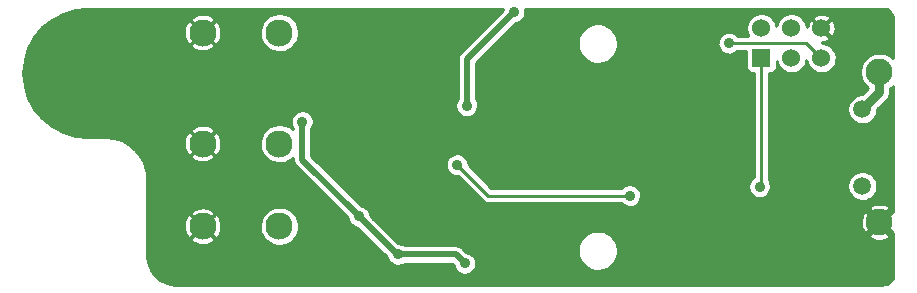
<source format=gbl>
G04 (created by PCBNEW (2013-07-07 BZR 4022)-stable) date 08/02/2014 11:33:34 PM*
%MOIN*%
G04 Gerber Fmt 3.4, Leading zero omitted, Abs format*
%FSLAX34Y34*%
G01*
G70*
G90*
G04 APERTURE LIST*
%ADD10C,0.00590551*%
%ADD11R,0.06X0.06*%
%ADD12C,0.06*%
%ADD13C,0.0590551*%
%ADD14C,0.0905512*%
%ADD15C,0.0893701*%
%ADD16C,0.035*%
%ADD17C,0.01*%
%ADD18C,0.03*%
%ADD19C,0.02*%
G04 APERTURE END LIST*
G54D10*
G54D11*
X53960Y-23137D03*
G54D12*
X53960Y-22137D03*
X54960Y-23137D03*
X54960Y-22137D03*
X55960Y-23137D03*
X55960Y-22137D03*
G54D13*
X57322Y-24842D03*
X57322Y-27401D03*
G54D14*
X37893Y-22283D03*
X35334Y-22283D03*
X37893Y-25984D03*
X35334Y-25984D03*
X37893Y-28740D03*
X35334Y-28740D03*
G54D15*
X57893Y-28602D03*
X57893Y-23602D03*
G54D16*
X40078Y-29744D03*
X30452Y-23622D03*
X41181Y-23976D03*
X49685Y-26889D03*
X49715Y-25272D03*
X41120Y-28435D03*
X44636Y-23425D03*
X38897Y-28161D03*
X49566Y-27716D03*
X43818Y-26692D03*
X52874Y-22637D03*
X53897Y-27421D03*
X45708Y-21594D03*
X44133Y-24724D03*
X44074Y-29980D03*
X40545Y-28414D03*
X38655Y-25249D03*
X41842Y-29680D03*
G54D17*
X47442Y-27716D02*
X44842Y-27716D01*
X47442Y-27716D02*
X49566Y-27716D01*
X44842Y-27716D02*
X43818Y-26692D01*
X55960Y-23137D02*
X55952Y-23137D01*
X55452Y-22637D02*
X52874Y-22637D01*
X55952Y-23137D02*
X55452Y-22637D01*
X53960Y-23137D02*
X53960Y-27358D01*
X53960Y-27358D02*
X53897Y-27421D01*
G54D18*
X57893Y-24271D02*
X57322Y-24842D01*
X57893Y-23602D02*
X57893Y-24271D01*
G54D19*
X44133Y-23169D02*
X44133Y-24724D01*
X45708Y-21594D02*
X44133Y-23169D01*
X43345Y-29680D02*
X43774Y-29680D01*
X41842Y-29680D02*
X43345Y-29680D01*
X43774Y-29680D02*
X44074Y-29980D01*
X38655Y-26524D02*
X38655Y-25249D01*
X40545Y-28414D02*
X38655Y-26524D01*
X41811Y-29680D02*
X40545Y-28414D01*
X41842Y-29680D02*
X41811Y-29680D01*
G54D10*
G36*
X58359Y-30304D02*
X58351Y-30386D01*
X58330Y-30454D01*
X58297Y-30517D01*
X58252Y-30573D01*
X58250Y-30574D01*
X58250Y-29057D01*
X57893Y-28700D01*
X57795Y-28799D01*
X57795Y-28602D01*
X57438Y-28245D01*
X57353Y-28295D01*
X57304Y-28406D01*
X57277Y-28524D01*
X57274Y-28646D01*
X57294Y-28765D01*
X57337Y-28878D01*
X57353Y-28908D01*
X57438Y-28959D01*
X57795Y-28602D01*
X57795Y-28799D01*
X57537Y-29057D01*
X57587Y-29142D01*
X57698Y-29191D01*
X57816Y-29218D01*
X57937Y-29221D01*
X58056Y-29201D01*
X58170Y-29158D01*
X58200Y-29142D01*
X58250Y-29057D01*
X58250Y-30574D01*
X58196Y-30618D01*
X58134Y-30652D01*
X58065Y-30673D01*
X57984Y-30682D01*
X56464Y-30682D01*
X56464Y-23088D01*
X56445Y-22991D01*
X56434Y-22965D01*
X56434Y-22146D01*
X56426Y-22054D01*
X56401Y-21965D01*
X56360Y-21883D01*
X56349Y-21868D01*
X56272Y-21840D01*
X56257Y-21855D01*
X56257Y-21825D01*
X56230Y-21748D01*
X56149Y-21703D01*
X56061Y-21675D01*
X55969Y-21664D01*
X55877Y-21671D01*
X55788Y-21696D01*
X55706Y-21738D01*
X55690Y-21748D01*
X55663Y-21825D01*
X55960Y-22122D01*
X56257Y-21825D01*
X56257Y-21855D01*
X55975Y-22137D01*
X56272Y-22434D01*
X56349Y-22407D01*
X56394Y-22326D01*
X56423Y-22238D01*
X56434Y-22146D01*
X56434Y-22965D01*
X56407Y-22900D01*
X56352Y-22818D01*
X56283Y-22747D01*
X56201Y-22692D01*
X56110Y-22654D01*
X56013Y-22634D01*
X55975Y-22634D01*
X55975Y-22609D01*
X56043Y-22604D01*
X56132Y-22579D01*
X56214Y-22537D01*
X56230Y-22527D01*
X56257Y-22449D01*
X55960Y-22152D01*
X55955Y-22158D01*
X55940Y-22143D01*
X55945Y-22137D01*
X55648Y-21840D01*
X55571Y-21868D01*
X55526Y-21948D01*
X55497Y-22036D01*
X55488Y-22115D01*
X55463Y-22115D01*
X55464Y-22088D01*
X55445Y-21991D01*
X55407Y-21900D01*
X55352Y-21818D01*
X55283Y-21747D01*
X55201Y-21692D01*
X55110Y-21654D01*
X55013Y-21634D01*
X54914Y-21633D01*
X54817Y-21652D01*
X54726Y-21689D01*
X54643Y-21743D01*
X54573Y-21812D01*
X54517Y-21894D01*
X54478Y-21984D01*
X54460Y-22069D01*
X54445Y-21991D01*
X54407Y-21900D01*
X54352Y-21818D01*
X54283Y-21747D01*
X54201Y-21692D01*
X54110Y-21654D01*
X54013Y-21634D01*
X53914Y-21633D01*
X53817Y-21652D01*
X53726Y-21689D01*
X53643Y-21743D01*
X53573Y-21812D01*
X53517Y-21894D01*
X53478Y-21984D01*
X53457Y-22081D01*
X53456Y-22180D01*
X53474Y-22277D01*
X53510Y-22369D01*
X53520Y-22384D01*
X53155Y-22384D01*
X53116Y-22344D01*
X53054Y-22303D01*
X52986Y-22274D01*
X52913Y-22259D01*
X52839Y-22258D01*
X52766Y-22272D01*
X52697Y-22300D01*
X52635Y-22341D01*
X52582Y-22393D01*
X52540Y-22454D01*
X52511Y-22522D01*
X52496Y-22595D01*
X52494Y-22669D01*
X52508Y-22742D01*
X52535Y-22811D01*
X52575Y-22874D01*
X52627Y-22927D01*
X52688Y-22969D01*
X52756Y-22999D01*
X52828Y-23015D01*
X52903Y-23017D01*
X52976Y-23004D01*
X53045Y-22977D01*
X53108Y-22937D01*
X53156Y-22891D01*
X53456Y-22891D01*
X53457Y-23457D01*
X53464Y-23496D01*
X53480Y-23533D01*
X53502Y-23567D01*
X53530Y-23595D01*
X53563Y-23617D01*
X53600Y-23633D01*
X53639Y-23641D01*
X53679Y-23641D01*
X53707Y-23641D01*
X53707Y-27093D01*
X53659Y-27124D01*
X53606Y-27176D01*
X53564Y-27238D01*
X53535Y-27306D01*
X53519Y-27378D01*
X53518Y-27453D01*
X53531Y-27526D01*
X53559Y-27595D01*
X53599Y-27657D01*
X53651Y-27710D01*
X53712Y-27753D01*
X53780Y-27783D01*
X53852Y-27798D01*
X53926Y-27800D01*
X53999Y-27787D01*
X54069Y-27760D01*
X54131Y-27720D01*
X54185Y-27669D01*
X54228Y-27609D01*
X54258Y-27541D01*
X54275Y-27468D01*
X54276Y-27384D01*
X54261Y-27311D01*
X54233Y-27242D01*
X54214Y-27213D01*
X54214Y-23641D01*
X54280Y-23641D01*
X54319Y-23633D01*
X54356Y-23618D01*
X54389Y-23596D01*
X54418Y-23568D01*
X54440Y-23535D01*
X54456Y-23498D01*
X54464Y-23459D01*
X54464Y-23419D01*
X54464Y-23222D01*
X54474Y-23277D01*
X54510Y-23369D01*
X54564Y-23452D01*
X54632Y-23523D01*
X54713Y-23579D01*
X54804Y-23619D01*
X54900Y-23640D01*
X54999Y-23642D01*
X55096Y-23625D01*
X55188Y-23589D01*
X55272Y-23536D01*
X55343Y-23468D01*
X55400Y-23387D01*
X55440Y-23297D01*
X55461Y-23206D01*
X55474Y-23277D01*
X55510Y-23369D01*
X55564Y-23452D01*
X55632Y-23523D01*
X55713Y-23579D01*
X55804Y-23619D01*
X55900Y-23640D01*
X55975Y-23641D01*
X55999Y-23642D01*
X56096Y-23625D01*
X56188Y-23589D01*
X56272Y-23536D01*
X56343Y-23468D01*
X56400Y-23387D01*
X56440Y-23297D01*
X56462Y-23201D01*
X56464Y-23088D01*
X56464Y-30682D01*
X55975Y-30682D01*
X49945Y-30682D01*
X49945Y-27679D01*
X49931Y-27606D01*
X49902Y-27537D01*
X49861Y-27476D01*
X49809Y-27423D01*
X49747Y-27381D01*
X49679Y-27353D01*
X49606Y-27338D01*
X49532Y-27337D01*
X49459Y-27351D01*
X49390Y-27379D01*
X49328Y-27420D01*
X49284Y-27462D01*
X49174Y-27462D01*
X49174Y-22585D01*
X49148Y-22456D01*
X49098Y-22335D01*
X49025Y-22226D01*
X48933Y-22132D01*
X48824Y-22059D01*
X48703Y-22008D01*
X48574Y-21981D01*
X48442Y-21981D01*
X48313Y-22005D01*
X48191Y-22054D01*
X48082Y-22126D01*
X47988Y-22218D01*
X47913Y-22327D01*
X47862Y-22447D01*
X47834Y-22576D01*
X47832Y-22707D01*
X47856Y-22837D01*
X47905Y-22959D01*
X47976Y-23069D01*
X48067Y-23164D01*
X48175Y-23239D01*
X48295Y-23291D01*
X48424Y-23320D01*
X48555Y-23322D01*
X48685Y-23300D01*
X48807Y-23252D01*
X48918Y-23182D01*
X49013Y-23091D01*
X49089Y-22984D01*
X49142Y-22864D01*
X49171Y-22735D01*
X49174Y-22585D01*
X49174Y-27462D01*
X47442Y-27462D01*
X44947Y-27462D01*
X44196Y-26712D01*
X44197Y-26655D01*
X44183Y-26582D01*
X44154Y-26514D01*
X44113Y-26452D01*
X44061Y-26399D01*
X43999Y-26358D01*
X43931Y-26329D01*
X43858Y-26314D01*
X43784Y-26314D01*
X43711Y-26328D01*
X43642Y-26355D01*
X43580Y-26396D01*
X43527Y-26448D01*
X43485Y-26509D01*
X43456Y-26577D01*
X43440Y-26650D01*
X43439Y-26724D01*
X43453Y-26797D01*
X43480Y-26866D01*
X43520Y-26929D01*
X43572Y-26982D01*
X43633Y-27024D01*
X43701Y-27054D01*
X43773Y-27070D01*
X43839Y-27071D01*
X44663Y-27895D01*
X44681Y-27910D01*
X44699Y-27925D01*
X44700Y-27926D01*
X44701Y-27927D01*
X44722Y-27938D01*
X44742Y-27949D01*
X44743Y-27949D01*
X44745Y-27950D01*
X44767Y-27957D01*
X44789Y-27964D01*
X44791Y-27964D01*
X44792Y-27965D01*
X44815Y-27967D01*
X44838Y-27970D01*
X44841Y-27970D01*
X44841Y-27970D01*
X44841Y-27970D01*
X44842Y-27970D01*
X47442Y-27970D01*
X49285Y-27970D01*
X49320Y-28006D01*
X49381Y-28048D01*
X49449Y-28078D01*
X49521Y-28094D01*
X49596Y-28095D01*
X49669Y-28082D01*
X49738Y-28056D01*
X49801Y-28016D01*
X49854Y-27965D01*
X49897Y-27904D01*
X49927Y-27836D01*
X49944Y-27764D01*
X49945Y-27679D01*
X49945Y-30682D01*
X49174Y-30682D01*
X49174Y-29487D01*
X49148Y-29358D01*
X49098Y-29237D01*
X49025Y-29127D01*
X48933Y-29034D01*
X48824Y-28960D01*
X48703Y-28909D01*
X48574Y-28883D01*
X48442Y-28882D01*
X48313Y-28907D01*
X48191Y-28956D01*
X48082Y-29028D01*
X47988Y-29120D01*
X47913Y-29228D01*
X47862Y-29349D01*
X47834Y-29478D01*
X47832Y-29609D01*
X47856Y-29738D01*
X47905Y-29860D01*
X47976Y-29971D01*
X48067Y-30065D01*
X48175Y-30140D01*
X48295Y-30193D01*
X48424Y-30221D01*
X48555Y-30224D01*
X48685Y-30201D01*
X48807Y-30154D01*
X48918Y-30083D01*
X49013Y-29993D01*
X49089Y-29885D01*
X49142Y-29765D01*
X49171Y-29637D01*
X49174Y-29487D01*
X49174Y-30682D01*
X44453Y-30682D01*
X44453Y-29943D01*
X44438Y-29870D01*
X44410Y-29801D01*
X44369Y-29739D01*
X44317Y-29687D01*
X44255Y-29645D01*
X44187Y-29616D01*
X44128Y-29604D01*
X43989Y-29465D01*
X43967Y-29447D01*
X43946Y-29429D01*
X43944Y-29429D01*
X43943Y-29428D01*
X43919Y-29414D01*
X43894Y-29401D01*
X43892Y-29400D01*
X43891Y-29400D01*
X43864Y-29391D01*
X43837Y-29383D01*
X43836Y-29383D01*
X43834Y-29382D01*
X43806Y-29380D01*
X43779Y-29376D01*
X43775Y-29376D01*
X43775Y-29376D01*
X43775Y-29376D01*
X43774Y-29376D01*
X43345Y-29376D01*
X42069Y-29376D01*
X42023Y-29345D01*
X41955Y-29317D01*
X41882Y-29302D01*
X41862Y-29301D01*
X40920Y-28360D01*
X40909Y-28304D01*
X40881Y-28235D01*
X40840Y-28173D01*
X40788Y-28121D01*
X40726Y-28079D01*
X40658Y-28050D01*
X40599Y-28038D01*
X38959Y-26398D01*
X38959Y-25475D01*
X38986Y-25437D01*
X39016Y-25369D01*
X39032Y-25297D01*
X39034Y-25212D01*
X39019Y-25139D01*
X38991Y-25070D01*
X38950Y-25009D01*
X38898Y-24956D01*
X38836Y-24914D01*
X38768Y-24886D01*
X38695Y-24871D01*
X38621Y-24870D01*
X38550Y-24884D01*
X38550Y-22219D01*
X38525Y-22092D01*
X38475Y-21973D01*
X38404Y-21866D01*
X38314Y-21775D01*
X38207Y-21703D01*
X38088Y-21653D01*
X37962Y-21627D01*
X37833Y-21626D01*
X37707Y-21650D01*
X37588Y-21699D01*
X37480Y-21769D01*
X37388Y-21859D01*
X37315Y-21965D01*
X37265Y-22084D01*
X37238Y-22209D01*
X37236Y-22338D01*
X37259Y-22465D01*
X37307Y-22584D01*
X37376Y-22693D01*
X37466Y-22785D01*
X37571Y-22859D01*
X37689Y-22910D01*
X37815Y-22938D01*
X37944Y-22940D01*
X38071Y-22918D01*
X38191Y-22872D01*
X38299Y-22803D01*
X38392Y-22714D01*
X38467Y-22609D01*
X38519Y-22491D01*
X38547Y-22366D01*
X38550Y-22219D01*
X38550Y-24884D01*
X38548Y-24884D01*
X38479Y-24912D01*
X38417Y-24953D01*
X38364Y-25004D01*
X38322Y-25066D01*
X38293Y-25134D01*
X38277Y-25207D01*
X38276Y-25281D01*
X38289Y-25354D01*
X38317Y-25423D01*
X38352Y-25477D01*
X38352Y-25514D01*
X38314Y-25476D01*
X38207Y-25404D01*
X38088Y-25354D01*
X37962Y-25328D01*
X37833Y-25327D01*
X37707Y-25351D01*
X37588Y-25399D01*
X37480Y-25470D01*
X37388Y-25560D01*
X37315Y-25666D01*
X37265Y-25784D01*
X37238Y-25910D01*
X37236Y-26039D01*
X37259Y-26166D01*
X37307Y-26285D01*
X37376Y-26393D01*
X37466Y-26486D01*
X37571Y-26559D01*
X37689Y-26611D01*
X37815Y-26639D01*
X37944Y-26641D01*
X38071Y-26619D01*
X38191Y-26572D01*
X38299Y-26503D01*
X38352Y-26454D01*
X38352Y-26524D01*
X38354Y-26551D01*
X38357Y-26579D01*
X38357Y-26581D01*
X38357Y-26583D01*
X38365Y-26609D01*
X38373Y-26636D01*
X38374Y-26638D01*
X38374Y-26639D01*
X38388Y-26664D01*
X38401Y-26689D01*
X38402Y-26690D01*
X38402Y-26692D01*
X38420Y-26713D01*
X38437Y-26735D01*
X38440Y-26737D01*
X38440Y-26737D01*
X38440Y-26738D01*
X38440Y-26738D01*
X40170Y-28468D01*
X40179Y-28518D01*
X40207Y-28588D01*
X40247Y-28650D01*
X40299Y-28703D01*
X40360Y-28746D01*
X40428Y-28775D01*
X40492Y-28789D01*
X41475Y-29772D01*
X41477Y-29785D01*
X41504Y-29854D01*
X41544Y-29916D01*
X41596Y-29970D01*
X41657Y-30012D01*
X41725Y-30042D01*
X41797Y-30058D01*
X41872Y-30059D01*
X41945Y-30046D01*
X42014Y-30019D01*
X42071Y-29983D01*
X43345Y-29983D01*
X43649Y-29983D01*
X43699Y-30034D01*
X43709Y-30085D01*
X43736Y-30154D01*
X43776Y-30216D01*
X43828Y-30269D01*
X43889Y-30312D01*
X43957Y-30342D01*
X44029Y-30358D01*
X44103Y-30359D01*
X44177Y-30346D01*
X44246Y-30319D01*
X44308Y-30280D01*
X44362Y-30228D01*
X44405Y-30168D01*
X44435Y-30100D01*
X44452Y-30027D01*
X44453Y-29943D01*
X44453Y-30682D01*
X38550Y-30682D01*
X38550Y-28675D01*
X38525Y-28549D01*
X38475Y-28430D01*
X38404Y-28323D01*
X38314Y-28232D01*
X38207Y-28160D01*
X38088Y-28110D01*
X37962Y-28084D01*
X37833Y-28083D01*
X37707Y-28107D01*
X37588Y-28155D01*
X37480Y-28226D01*
X37388Y-28316D01*
X37315Y-28422D01*
X37265Y-28540D01*
X37238Y-28666D01*
X37236Y-28795D01*
X37259Y-28921D01*
X37307Y-29041D01*
X37376Y-29149D01*
X37466Y-29242D01*
X37571Y-29315D01*
X37689Y-29367D01*
X37815Y-29394D01*
X37944Y-29397D01*
X38071Y-29375D01*
X38191Y-29328D01*
X38299Y-29259D01*
X38392Y-29171D01*
X38467Y-29065D01*
X38519Y-28948D01*
X38547Y-28822D01*
X38550Y-28675D01*
X38550Y-30682D01*
X35961Y-30682D01*
X35961Y-28755D01*
X35961Y-25999D01*
X35961Y-22299D01*
X35952Y-22177D01*
X35920Y-22059D01*
X35865Y-21949D01*
X35848Y-21923D01*
X35755Y-21877D01*
X35740Y-21892D01*
X35740Y-21862D01*
X35694Y-21770D01*
X35587Y-21709D01*
X35471Y-21671D01*
X35350Y-21656D01*
X35228Y-21665D01*
X35110Y-21697D01*
X35000Y-21752D01*
X34974Y-21770D01*
X34929Y-21862D01*
X35334Y-22268D01*
X35740Y-21862D01*
X35740Y-21892D01*
X35349Y-22283D01*
X35755Y-22688D01*
X35848Y-22643D01*
X35908Y-22536D01*
X35946Y-22420D01*
X35961Y-22299D01*
X35961Y-25999D01*
X35952Y-25877D01*
X35920Y-25759D01*
X35865Y-25650D01*
X35848Y-25624D01*
X35755Y-25578D01*
X35740Y-25593D01*
X35740Y-25563D01*
X35740Y-22704D01*
X35334Y-22298D01*
X35319Y-22313D01*
X35319Y-22283D01*
X34914Y-21877D01*
X34821Y-21923D01*
X34761Y-22030D01*
X34722Y-22146D01*
X34707Y-22267D01*
X34716Y-22389D01*
X34749Y-22507D01*
X34803Y-22617D01*
X34821Y-22643D01*
X34914Y-22688D01*
X35319Y-22283D01*
X35319Y-22313D01*
X34929Y-22704D01*
X34974Y-22796D01*
X35081Y-22857D01*
X35197Y-22895D01*
X35319Y-22910D01*
X35441Y-22901D01*
X35559Y-22868D01*
X35668Y-22814D01*
X35694Y-22796D01*
X35740Y-22704D01*
X35740Y-25563D01*
X35694Y-25470D01*
X35587Y-25410D01*
X35471Y-25372D01*
X35350Y-25357D01*
X35228Y-25366D01*
X35110Y-25398D01*
X35000Y-25453D01*
X34974Y-25470D01*
X34929Y-25563D01*
X35334Y-25969D01*
X35740Y-25563D01*
X35740Y-25593D01*
X35349Y-25984D01*
X35755Y-26389D01*
X35848Y-26344D01*
X35908Y-26237D01*
X35946Y-26121D01*
X35961Y-25999D01*
X35961Y-28755D01*
X35952Y-28633D01*
X35920Y-28515D01*
X35865Y-28406D01*
X35848Y-28380D01*
X35755Y-28334D01*
X35740Y-28349D01*
X35740Y-28319D01*
X35740Y-26404D01*
X35334Y-25999D01*
X35319Y-26014D01*
X35319Y-25984D01*
X34914Y-25578D01*
X34821Y-25624D01*
X34761Y-25730D01*
X34722Y-25847D01*
X34707Y-25968D01*
X34716Y-26090D01*
X34749Y-26208D01*
X34803Y-26318D01*
X34821Y-26344D01*
X34914Y-26389D01*
X35319Y-25984D01*
X35319Y-26014D01*
X34929Y-26404D01*
X34974Y-26497D01*
X35081Y-26557D01*
X35197Y-26596D01*
X35319Y-26611D01*
X35441Y-26602D01*
X35559Y-26569D01*
X35668Y-26515D01*
X35694Y-26497D01*
X35740Y-26404D01*
X35740Y-28319D01*
X35694Y-28226D01*
X35587Y-28166D01*
X35471Y-28128D01*
X35350Y-28113D01*
X35228Y-28122D01*
X35110Y-28154D01*
X35000Y-28209D01*
X34974Y-28226D01*
X34929Y-28319D01*
X35334Y-28725D01*
X35740Y-28319D01*
X35740Y-28349D01*
X35349Y-28740D01*
X35755Y-29145D01*
X35848Y-29100D01*
X35908Y-28993D01*
X35946Y-28877D01*
X35961Y-28755D01*
X35961Y-30682D01*
X35740Y-30682D01*
X35740Y-29160D01*
X35334Y-28755D01*
X35319Y-28770D01*
X35319Y-28740D01*
X34914Y-28334D01*
X34821Y-28380D01*
X34761Y-28486D01*
X34722Y-28603D01*
X34707Y-28724D01*
X34716Y-28846D01*
X34749Y-28964D01*
X34803Y-29074D01*
X34821Y-29100D01*
X34914Y-29145D01*
X35319Y-28740D01*
X35319Y-28770D01*
X34929Y-29160D01*
X34974Y-29253D01*
X35081Y-29313D01*
X35197Y-29352D01*
X35319Y-29366D01*
X35441Y-29358D01*
X35559Y-29325D01*
X35668Y-29270D01*
X35694Y-29253D01*
X35740Y-29160D01*
X35740Y-30682D01*
X34459Y-30682D01*
X34262Y-30662D01*
X34084Y-30609D01*
X33919Y-30521D01*
X33774Y-30403D01*
X33655Y-30259D01*
X33566Y-30095D01*
X33511Y-29916D01*
X33490Y-29720D01*
X33490Y-27165D01*
X33490Y-27165D01*
X33490Y-27164D01*
X33490Y-27156D01*
X33489Y-27146D01*
X33489Y-27136D01*
X33489Y-27133D01*
X33465Y-26904D01*
X33461Y-26884D01*
X33457Y-26864D01*
X33456Y-26861D01*
X33456Y-26861D01*
X33456Y-26861D01*
X33388Y-26641D01*
X33380Y-26623D01*
X33373Y-26604D01*
X33371Y-26601D01*
X33262Y-26398D01*
X33250Y-26381D01*
X33239Y-26365D01*
X33237Y-26362D01*
X33237Y-26362D01*
X33237Y-26362D01*
X33090Y-26184D01*
X33076Y-26170D01*
X33062Y-26156D01*
X33059Y-26154D01*
X33059Y-26154D01*
X33059Y-26154D01*
X32881Y-26008D01*
X32864Y-25997D01*
X32847Y-25985D01*
X32845Y-25984D01*
X32845Y-25984D01*
X32845Y-25984D01*
X32641Y-25876D01*
X32622Y-25868D01*
X32604Y-25860D01*
X32601Y-25859D01*
X32601Y-25859D01*
X32601Y-25859D01*
X32380Y-25793D01*
X32360Y-25789D01*
X32340Y-25784D01*
X32337Y-25784D01*
X32337Y-25784D01*
X32337Y-25784D01*
X32108Y-25762D01*
X32099Y-25762D01*
X32089Y-25761D01*
X32086Y-25761D01*
X31506Y-25761D01*
X31080Y-25719D01*
X30681Y-25598D01*
X30312Y-25402D01*
X29989Y-25139D01*
X29723Y-24817D01*
X29525Y-24450D01*
X29401Y-24051D01*
X29357Y-23629D01*
X29398Y-23206D01*
X29519Y-22807D01*
X29715Y-22438D01*
X29979Y-22115D01*
X30300Y-21849D01*
X30667Y-21651D01*
X31066Y-21527D01*
X31491Y-21483D01*
X31496Y-21483D01*
X45345Y-21483D01*
X45333Y-21540D01*
X43919Y-22954D01*
X43901Y-22976D01*
X43883Y-22997D01*
X43882Y-22999D01*
X43881Y-23000D01*
X43868Y-23025D01*
X43854Y-23049D01*
X43854Y-23051D01*
X43853Y-23052D01*
X43845Y-23079D01*
X43836Y-23106D01*
X43836Y-23107D01*
X43836Y-23109D01*
X43833Y-23137D01*
X43830Y-23165D01*
X43830Y-23168D01*
X43830Y-23168D01*
X43830Y-23168D01*
X43830Y-23169D01*
X43830Y-24497D01*
X43800Y-24541D01*
X43771Y-24609D01*
X43755Y-24682D01*
X43754Y-24756D01*
X43768Y-24829D01*
X43795Y-24898D01*
X43835Y-24960D01*
X43887Y-25014D01*
X43948Y-25056D01*
X44016Y-25086D01*
X44088Y-25102D01*
X44163Y-25103D01*
X44236Y-25090D01*
X44305Y-25063D01*
X44368Y-25024D01*
X44421Y-24972D01*
X44464Y-24912D01*
X44494Y-24844D01*
X44511Y-24772D01*
X44512Y-24687D01*
X44497Y-24614D01*
X44469Y-24545D01*
X44437Y-24497D01*
X44437Y-23295D01*
X45763Y-21969D01*
X45810Y-21960D01*
X45880Y-21934D01*
X45942Y-21894D01*
X45996Y-21843D01*
X46039Y-21782D01*
X46069Y-21714D01*
X46086Y-21642D01*
X46087Y-21557D01*
X46072Y-21484D01*
X46072Y-21483D01*
X57981Y-21483D01*
X58063Y-21491D01*
X58131Y-21511D01*
X58194Y-21545D01*
X58250Y-21590D01*
X58295Y-21645D01*
X58329Y-21708D01*
X58350Y-21776D01*
X58359Y-21858D01*
X58359Y-23148D01*
X58310Y-23098D01*
X58204Y-23027D01*
X58086Y-22978D01*
X57962Y-22952D01*
X57834Y-22951D01*
X57709Y-22975D01*
X57590Y-23023D01*
X57484Y-23093D01*
X57393Y-23182D01*
X57320Y-23287D01*
X57270Y-23404D01*
X57244Y-23529D01*
X57242Y-23657D01*
X57265Y-23782D01*
X57312Y-23901D01*
X57381Y-24008D01*
X57470Y-24100D01*
X57526Y-24139D01*
X57321Y-24343D01*
X57277Y-24343D01*
X57181Y-24361D01*
X57090Y-24398D01*
X57008Y-24451D01*
X56938Y-24520D01*
X56883Y-24601D01*
X56845Y-24690D01*
X56824Y-24786D01*
X56823Y-24884D01*
X56841Y-24980D01*
X56877Y-25071D01*
X56930Y-25153D01*
X56997Y-25224D01*
X57078Y-25280D01*
X57167Y-25319D01*
X57263Y-25340D01*
X57361Y-25342D01*
X57457Y-25325D01*
X57548Y-25289D01*
X57631Y-25237D01*
X57702Y-25170D01*
X57758Y-25090D01*
X57798Y-25000D01*
X57820Y-24905D01*
X57820Y-24844D01*
X58143Y-24521D01*
X58164Y-24496D01*
X58185Y-24471D01*
X58186Y-24469D01*
X58187Y-24468D01*
X58202Y-24439D01*
X58218Y-24410D01*
X58219Y-24409D01*
X58220Y-24407D01*
X58229Y-24376D01*
X58239Y-24345D01*
X58239Y-24343D01*
X58240Y-24341D01*
X58243Y-24309D01*
X58247Y-24276D01*
X58247Y-24272D01*
X58247Y-24272D01*
X58247Y-24272D01*
X58247Y-24271D01*
X58247Y-24148D01*
X58296Y-24117D01*
X58359Y-24056D01*
X58359Y-28251D01*
X58348Y-28245D01*
X58250Y-28344D01*
X58250Y-28147D01*
X58200Y-28062D01*
X58089Y-28012D01*
X57971Y-27986D01*
X57849Y-27982D01*
X57821Y-27987D01*
X57821Y-27352D01*
X57802Y-27256D01*
X57765Y-27166D01*
X57711Y-27084D01*
X57642Y-27015D01*
X57561Y-26960D01*
X57471Y-26922D01*
X57375Y-26903D01*
X57277Y-26902D01*
X57181Y-26920D01*
X57090Y-26957D01*
X57008Y-27010D01*
X56938Y-27079D01*
X56883Y-27160D01*
X56845Y-27250D01*
X56824Y-27345D01*
X56823Y-27443D01*
X56841Y-27539D01*
X56877Y-27630D01*
X56930Y-27712D01*
X56997Y-27783D01*
X57078Y-27839D01*
X57167Y-27878D01*
X57263Y-27899D01*
X57361Y-27901D01*
X57457Y-27884D01*
X57548Y-27848D01*
X57631Y-27796D01*
X57702Y-27729D01*
X57758Y-27649D01*
X57798Y-27559D01*
X57820Y-27464D01*
X57821Y-27352D01*
X57821Y-27987D01*
X57730Y-28003D01*
X57617Y-28046D01*
X57587Y-28062D01*
X57537Y-28147D01*
X57893Y-28503D01*
X58250Y-28147D01*
X58250Y-28344D01*
X57992Y-28602D01*
X58348Y-28959D01*
X58359Y-28952D01*
X58359Y-30304D01*
X58359Y-30304D01*
G37*
G54D17*
X58359Y-30304D02*
X58351Y-30386D01*
X58330Y-30454D01*
X58297Y-30517D01*
X58252Y-30573D01*
X58250Y-30574D01*
X58250Y-29057D01*
X57893Y-28700D01*
X57795Y-28799D01*
X57795Y-28602D01*
X57438Y-28245D01*
X57353Y-28295D01*
X57304Y-28406D01*
X57277Y-28524D01*
X57274Y-28646D01*
X57294Y-28765D01*
X57337Y-28878D01*
X57353Y-28908D01*
X57438Y-28959D01*
X57795Y-28602D01*
X57795Y-28799D01*
X57537Y-29057D01*
X57587Y-29142D01*
X57698Y-29191D01*
X57816Y-29218D01*
X57937Y-29221D01*
X58056Y-29201D01*
X58170Y-29158D01*
X58200Y-29142D01*
X58250Y-29057D01*
X58250Y-30574D01*
X58196Y-30618D01*
X58134Y-30652D01*
X58065Y-30673D01*
X57984Y-30682D01*
X56464Y-30682D01*
X56464Y-23088D01*
X56445Y-22991D01*
X56434Y-22965D01*
X56434Y-22146D01*
X56426Y-22054D01*
X56401Y-21965D01*
X56360Y-21883D01*
X56349Y-21868D01*
X56272Y-21840D01*
X56257Y-21855D01*
X56257Y-21825D01*
X56230Y-21748D01*
X56149Y-21703D01*
X56061Y-21675D01*
X55969Y-21664D01*
X55877Y-21671D01*
X55788Y-21696D01*
X55706Y-21738D01*
X55690Y-21748D01*
X55663Y-21825D01*
X55960Y-22122D01*
X56257Y-21825D01*
X56257Y-21855D01*
X55975Y-22137D01*
X56272Y-22434D01*
X56349Y-22407D01*
X56394Y-22326D01*
X56423Y-22238D01*
X56434Y-22146D01*
X56434Y-22965D01*
X56407Y-22900D01*
X56352Y-22818D01*
X56283Y-22747D01*
X56201Y-22692D01*
X56110Y-22654D01*
X56013Y-22634D01*
X55975Y-22634D01*
X55975Y-22609D01*
X56043Y-22604D01*
X56132Y-22579D01*
X56214Y-22537D01*
X56230Y-22527D01*
X56257Y-22449D01*
X55960Y-22152D01*
X55955Y-22158D01*
X55940Y-22143D01*
X55945Y-22137D01*
X55648Y-21840D01*
X55571Y-21868D01*
X55526Y-21948D01*
X55497Y-22036D01*
X55488Y-22115D01*
X55463Y-22115D01*
X55464Y-22088D01*
X55445Y-21991D01*
X55407Y-21900D01*
X55352Y-21818D01*
X55283Y-21747D01*
X55201Y-21692D01*
X55110Y-21654D01*
X55013Y-21634D01*
X54914Y-21633D01*
X54817Y-21652D01*
X54726Y-21689D01*
X54643Y-21743D01*
X54573Y-21812D01*
X54517Y-21894D01*
X54478Y-21984D01*
X54460Y-22069D01*
X54445Y-21991D01*
X54407Y-21900D01*
X54352Y-21818D01*
X54283Y-21747D01*
X54201Y-21692D01*
X54110Y-21654D01*
X54013Y-21634D01*
X53914Y-21633D01*
X53817Y-21652D01*
X53726Y-21689D01*
X53643Y-21743D01*
X53573Y-21812D01*
X53517Y-21894D01*
X53478Y-21984D01*
X53457Y-22081D01*
X53456Y-22180D01*
X53474Y-22277D01*
X53510Y-22369D01*
X53520Y-22384D01*
X53155Y-22384D01*
X53116Y-22344D01*
X53054Y-22303D01*
X52986Y-22274D01*
X52913Y-22259D01*
X52839Y-22258D01*
X52766Y-22272D01*
X52697Y-22300D01*
X52635Y-22341D01*
X52582Y-22393D01*
X52540Y-22454D01*
X52511Y-22522D01*
X52496Y-22595D01*
X52494Y-22669D01*
X52508Y-22742D01*
X52535Y-22811D01*
X52575Y-22874D01*
X52627Y-22927D01*
X52688Y-22969D01*
X52756Y-22999D01*
X52828Y-23015D01*
X52903Y-23017D01*
X52976Y-23004D01*
X53045Y-22977D01*
X53108Y-22937D01*
X53156Y-22891D01*
X53456Y-22891D01*
X53457Y-23457D01*
X53464Y-23496D01*
X53480Y-23533D01*
X53502Y-23567D01*
X53530Y-23595D01*
X53563Y-23617D01*
X53600Y-23633D01*
X53639Y-23641D01*
X53679Y-23641D01*
X53707Y-23641D01*
X53707Y-27093D01*
X53659Y-27124D01*
X53606Y-27176D01*
X53564Y-27238D01*
X53535Y-27306D01*
X53519Y-27378D01*
X53518Y-27453D01*
X53531Y-27526D01*
X53559Y-27595D01*
X53599Y-27657D01*
X53651Y-27710D01*
X53712Y-27753D01*
X53780Y-27783D01*
X53852Y-27798D01*
X53926Y-27800D01*
X53999Y-27787D01*
X54069Y-27760D01*
X54131Y-27720D01*
X54185Y-27669D01*
X54228Y-27609D01*
X54258Y-27541D01*
X54275Y-27468D01*
X54276Y-27384D01*
X54261Y-27311D01*
X54233Y-27242D01*
X54214Y-27213D01*
X54214Y-23641D01*
X54280Y-23641D01*
X54319Y-23633D01*
X54356Y-23618D01*
X54389Y-23596D01*
X54418Y-23568D01*
X54440Y-23535D01*
X54456Y-23498D01*
X54464Y-23459D01*
X54464Y-23419D01*
X54464Y-23222D01*
X54474Y-23277D01*
X54510Y-23369D01*
X54564Y-23452D01*
X54632Y-23523D01*
X54713Y-23579D01*
X54804Y-23619D01*
X54900Y-23640D01*
X54999Y-23642D01*
X55096Y-23625D01*
X55188Y-23589D01*
X55272Y-23536D01*
X55343Y-23468D01*
X55400Y-23387D01*
X55440Y-23297D01*
X55461Y-23206D01*
X55474Y-23277D01*
X55510Y-23369D01*
X55564Y-23452D01*
X55632Y-23523D01*
X55713Y-23579D01*
X55804Y-23619D01*
X55900Y-23640D01*
X55975Y-23641D01*
X55999Y-23642D01*
X56096Y-23625D01*
X56188Y-23589D01*
X56272Y-23536D01*
X56343Y-23468D01*
X56400Y-23387D01*
X56440Y-23297D01*
X56462Y-23201D01*
X56464Y-23088D01*
X56464Y-30682D01*
X55975Y-30682D01*
X49945Y-30682D01*
X49945Y-27679D01*
X49931Y-27606D01*
X49902Y-27537D01*
X49861Y-27476D01*
X49809Y-27423D01*
X49747Y-27381D01*
X49679Y-27353D01*
X49606Y-27338D01*
X49532Y-27337D01*
X49459Y-27351D01*
X49390Y-27379D01*
X49328Y-27420D01*
X49284Y-27462D01*
X49174Y-27462D01*
X49174Y-22585D01*
X49148Y-22456D01*
X49098Y-22335D01*
X49025Y-22226D01*
X48933Y-22132D01*
X48824Y-22059D01*
X48703Y-22008D01*
X48574Y-21981D01*
X48442Y-21981D01*
X48313Y-22005D01*
X48191Y-22054D01*
X48082Y-22126D01*
X47988Y-22218D01*
X47913Y-22327D01*
X47862Y-22447D01*
X47834Y-22576D01*
X47832Y-22707D01*
X47856Y-22837D01*
X47905Y-22959D01*
X47976Y-23069D01*
X48067Y-23164D01*
X48175Y-23239D01*
X48295Y-23291D01*
X48424Y-23320D01*
X48555Y-23322D01*
X48685Y-23300D01*
X48807Y-23252D01*
X48918Y-23182D01*
X49013Y-23091D01*
X49089Y-22984D01*
X49142Y-22864D01*
X49171Y-22735D01*
X49174Y-22585D01*
X49174Y-27462D01*
X47442Y-27462D01*
X44947Y-27462D01*
X44196Y-26712D01*
X44197Y-26655D01*
X44183Y-26582D01*
X44154Y-26514D01*
X44113Y-26452D01*
X44061Y-26399D01*
X43999Y-26358D01*
X43931Y-26329D01*
X43858Y-26314D01*
X43784Y-26314D01*
X43711Y-26328D01*
X43642Y-26355D01*
X43580Y-26396D01*
X43527Y-26448D01*
X43485Y-26509D01*
X43456Y-26577D01*
X43440Y-26650D01*
X43439Y-26724D01*
X43453Y-26797D01*
X43480Y-26866D01*
X43520Y-26929D01*
X43572Y-26982D01*
X43633Y-27024D01*
X43701Y-27054D01*
X43773Y-27070D01*
X43839Y-27071D01*
X44663Y-27895D01*
X44681Y-27910D01*
X44699Y-27925D01*
X44700Y-27926D01*
X44701Y-27927D01*
X44722Y-27938D01*
X44742Y-27949D01*
X44743Y-27949D01*
X44745Y-27950D01*
X44767Y-27957D01*
X44789Y-27964D01*
X44791Y-27964D01*
X44792Y-27965D01*
X44815Y-27967D01*
X44838Y-27970D01*
X44841Y-27970D01*
X44841Y-27970D01*
X44841Y-27970D01*
X44842Y-27970D01*
X47442Y-27970D01*
X49285Y-27970D01*
X49320Y-28006D01*
X49381Y-28048D01*
X49449Y-28078D01*
X49521Y-28094D01*
X49596Y-28095D01*
X49669Y-28082D01*
X49738Y-28056D01*
X49801Y-28016D01*
X49854Y-27965D01*
X49897Y-27904D01*
X49927Y-27836D01*
X49944Y-27764D01*
X49945Y-27679D01*
X49945Y-30682D01*
X49174Y-30682D01*
X49174Y-29487D01*
X49148Y-29358D01*
X49098Y-29237D01*
X49025Y-29127D01*
X48933Y-29034D01*
X48824Y-28960D01*
X48703Y-28909D01*
X48574Y-28883D01*
X48442Y-28882D01*
X48313Y-28907D01*
X48191Y-28956D01*
X48082Y-29028D01*
X47988Y-29120D01*
X47913Y-29228D01*
X47862Y-29349D01*
X47834Y-29478D01*
X47832Y-29609D01*
X47856Y-29738D01*
X47905Y-29860D01*
X47976Y-29971D01*
X48067Y-30065D01*
X48175Y-30140D01*
X48295Y-30193D01*
X48424Y-30221D01*
X48555Y-30224D01*
X48685Y-30201D01*
X48807Y-30154D01*
X48918Y-30083D01*
X49013Y-29993D01*
X49089Y-29885D01*
X49142Y-29765D01*
X49171Y-29637D01*
X49174Y-29487D01*
X49174Y-30682D01*
X44453Y-30682D01*
X44453Y-29943D01*
X44438Y-29870D01*
X44410Y-29801D01*
X44369Y-29739D01*
X44317Y-29687D01*
X44255Y-29645D01*
X44187Y-29616D01*
X44128Y-29604D01*
X43989Y-29465D01*
X43967Y-29447D01*
X43946Y-29429D01*
X43944Y-29429D01*
X43943Y-29428D01*
X43919Y-29414D01*
X43894Y-29401D01*
X43892Y-29400D01*
X43891Y-29400D01*
X43864Y-29391D01*
X43837Y-29383D01*
X43836Y-29383D01*
X43834Y-29382D01*
X43806Y-29380D01*
X43779Y-29376D01*
X43775Y-29376D01*
X43775Y-29376D01*
X43775Y-29376D01*
X43774Y-29376D01*
X43345Y-29376D01*
X42069Y-29376D01*
X42023Y-29345D01*
X41955Y-29317D01*
X41882Y-29302D01*
X41862Y-29301D01*
X40920Y-28360D01*
X40909Y-28304D01*
X40881Y-28235D01*
X40840Y-28173D01*
X40788Y-28121D01*
X40726Y-28079D01*
X40658Y-28050D01*
X40599Y-28038D01*
X38959Y-26398D01*
X38959Y-25475D01*
X38986Y-25437D01*
X39016Y-25369D01*
X39032Y-25297D01*
X39034Y-25212D01*
X39019Y-25139D01*
X38991Y-25070D01*
X38950Y-25009D01*
X38898Y-24956D01*
X38836Y-24914D01*
X38768Y-24886D01*
X38695Y-24871D01*
X38621Y-24870D01*
X38550Y-24884D01*
X38550Y-22219D01*
X38525Y-22092D01*
X38475Y-21973D01*
X38404Y-21866D01*
X38314Y-21775D01*
X38207Y-21703D01*
X38088Y-21653D01*
X37962Y-21627D01*
X37833Y-21626D01*
X37707Y-21650D01*
X37588Y-21699D01*
X37480Y-21769D01*
X37388Y-21859D01*
X37315Y-21965D01*
X37265Y-22084D01*
X37238Y-22209D01*
X37236Y-22338D01*
X37259Y-22465D01*
X37307Y-22584D01*
X37376Y-22693D01*
X37466Y-22785D01*
X37571Y-22859D01*
X37689Y-22910D01*
X37815Y-22938D01*
X37944Y-22940D01*
X38071Y-22918D01*
X38191Y-22872D01*
X38299Y-22803D01*
X38392Y-22714D01*
X38467Y-22609D01*
X38519Y-22491D01*
X38547Y-22366D01*
X38550Y-22219D01*
X38550Y-24884D01*
X38548Y-24884D01*
X38479Y-24912D01*
X38417Y-24953D01*
X38364Y-25004D01*
X38322Y-25066D01*
X38293Y-25134D01*
X38277Y-25207D01*
X38276Y-25281D01*
X38289Y-25354D01*
X38317Y-25423D01*
X38352Y-25477D01*
X38352Y-25514D01*
X38314Y-25476D01*
X38207Y-25404D01*
X38088Y-25354D01*
X37962Y-25328D01*
X37833Y-25327D01*
X37707Y-25351D01*
X37588Y-25399D01*
X37480Y-25470D01*
X37388Y-25560D01*
X37315Y-25666D01*
X37265Y-25784D01*
X37238Y-25910D01*
X37236Y-26039D01*
X37259Y-26166D01*
X37307Y-26285D01*
X37376Y-26393D01*
X37466Y-26486D01*
X37571Y-26559D01*
X37689Y-26611D01*
X37815Y-26639D01*
X37944Y-26641D01*
X38071Y-26619D01*
X38191Y-26572D01*
X38299Y-26503D01*
X38352Y-26454D01*
X38352Y-26524D01*
X38354Y-26551D01*
X38357Y-26579D01*
X38357Y-26581D01*
X38357Y-26583D01*
X38365Y-26609D01*
X38373Y-26636D01*
X38374Y-26638D01*
X38374Y-26639D01*
X38388Y-26664D01*
X38401Y-26689D01*
X38402Y-26690D01*
X38402Y-26692D01*
X38420Y-26713D01*
X38437Y-26735D01*
X38440Y-26737D01*
X38440Y-26737D01*
X38440Y-26738D01*
X38440Y-26738D01*
X40170Y-28468D01*
X40179Y-28518D01*
X40207Y-28588D01*
X40247Y-28650D01*
X40299Y-28703D01*
X40360Y-28746D01*
X40428Y-28775D01*
X40492Y-28789D01*
X41475Y-29772D01*
X41477Y-29785D01*
X41504Y-29854D01*
X41544Y-29916D01*
X41596Y-29970D01*
X41657Y-30012D01*
X41725Y-30042D01*
X41797Y-30058D01*
X41872Y-30059D01*
X41945Y-30046D01*
X42014Y-30019D01*
X42071Y-29983D01*
X43345Y-29983D01*
X43649Y-29983D01*
X43699Y-30034D01*
X43709Y-30085D01*
X43736Y-30154D01*
X43776Y-30216D01*
X43828Y-30269D01*
X43889Y-30312D01*
X43957Y-30342D01*
X44029Y-30358D01*
X44103Y-30359D01*
X44177Y-30346D01*
X44246Y-30319D01*
X44308Y-30280D01*
X44362Y-30228D01*
X44405Y-30168D01*
X44435Y-30100D01*
X44452Y-30027D01*
X44453Y-29943D01*
X44453Y-30682D01*
X38550Y-30682D01*
X38550Y-28675D01*
X38525Y-28549D01*
X38475Y-28430D01*
X38404Y-28323D01*
X38314Y-28232D01*
X38207Y-28160D01*
X38088Y-28110D01*
X37962Y-28084D01*
X37833Y-28083D01*
X37707Y-28107D01*
X37588Y-28155D01*
X37480Y-28226D01*
X37388Y-28316D01*
X37315Y-28422D01*
X37265Y-28540D01*
X37238Y-28666D01*
X37236Y-28795D01*
X37259Y-28921D01*
X37307Y-29041D01*
X37376Y-29149D01*
X37466Y-29242D01*
X37571Y-29315D01*
X37689Y-29367D01*
X37815Y-29394D01*
X37944Y-29397D01*
X38071Y-29375D01*
X38191Y-29328D01*
X38299Y-29259D01*
X38392Y-29171D01*
X38467Y-29065D01*
X38519Y-28948D01*
X38547Y-28822D01*
X38550Y-28675D01*
X38550Y-30682D01*
X35961Y-30682D01*
X35961Y-28755D01*
X35961Y-25999D01*
X35961Y-22299D01*
X35952Y-22177D01*
X35920Y-22059D01*
X35865Y-21949D01*
X35848Y-21923D01*
X35755Y-21877D01*
X35740Y-21892D01*
X35740Y-21862D01*
X35694Y-21770D01*
X35587Y-21709D01*
X35471Y-21671D01*
X35350Y-21656D01*
X35228Y-21665D01*
X35110Y-21697D01*
X35000Y-21752D01*
X34974Y-21770D01*
X34929Y-21862D01*
X35334Y-22268D01*
X35740Y-21862D01*
X35740Y-21892D01*
X35349Y-22283D01*
X35755Y-22688D01*
X35848Y-22643D01*
X35908Y-22536D01*
X35946Y-22420D01*
X35961Y-22299D01*
X35961Y-25999D01*
X35952Y-25877D01*
X35920Y-25759D01*
X35865Y-25650D01*
X35848Y-25624D01*
X35755Y-25578D01*
X35740Y-25593D01*
X35740Y-25563D01*
X35740Y-22704D01*
X35334Y-22298D01*
X35319Y-22313D01*
X35319Y-22283D01*
X34914Y-21877D01*
X34821Y-21923D01*
X34761Y-22030D01*
X34722Y-22146D01*
X34707Y-22267D01*
X34716Y-22389D01*
X34749Y-22507D01*
X34803Y-22617D01*
X34821Y-22643D01*
X34914Y-22688D01*
X35319Y-22283D01*
X35319Y-22313D01*
X34929Y-22704D01*
X34974Y-22796D01*
X35081Y-22857D01*
X35197Y-22895D01*
X35319Y-22910D01*
X35441Y-22901D01*
X35559Y-22868D01*
X35668Y-22814D01*
X35694Y-22796D01*
X35740Y-22704D01*
X35740Y-25563D01*
X35694Y-25470D01*
X35587Y-25410D01*
X35471Y-25372D01*
X35350Y-25357D01*
X35228Y-25366D01*
X35110Y-25398D01*
X35000Y-25453D01*
X34974Y-25470D01*
X34929Y-25563D01*
X35334Y-25969D01*
X35740Y-25563D01*
X35740Y-25593D01*
X35349Y-25984D01*
X35755Y-26389D01*
X35848Y-26344D01*
X35908Y-26237D01*
X35946Y-26121D01*
X35961Y-25999D01*
X35961Y-28755D01*
X35952Y-28633D01*
X35920Y-28515D01*
X35865Y-28406D01*
X35848Y-28380D01*
X35755Y-28334D01*
X35740Y-28349D01*
X35740Y-28319D01*
X35740Y-26404D01*
X35334Y-25999D01*
X35319Y-26014D01*
X35319Y-25984D01*
X34914Y-25578D01*
X34821Y-25624D01*
X34761Y-25730D01*
X34722Y-25847D01*
X34707Y-25968D01*
X34716Y-26090D01*
X34749Y-26208D01*
X34803Y-26318D01*
X34821Y-26344D01*
X34914Y-26389D01*
X35319Y-25984D01*
X35319Y-26014D01*
X34929Y-26404D01*
X34974Y-26497D01*
X35081Y-26557D01*
X35197Y-26596D01*
X35319Y-26611D01*
X35441Y-26602D01*
X35559Y-26569D01*
X35668Y-26515D01*
X35694Y-26497D01*
X35740Y-26404D01*
X35740Y-28319D01*
X35694Y-28226D01*
X35587Y-28166D01*
X35471Y-28128D01*
X35350Y-28113D01*
X35228Y-28122D01*
X35110Y-28154D01*
X35000Y-28209D01*
X34974Y-28226D01*
X34929Y-28319D01*
X35334Y-28725D01*
X35740Y-28319D01*
X35740Y-28349D01*
X35349Y-28740D01*
X35755Y-29145D01*
X35848Y-29100D01*
X35908Y-28993D01*
X35946Y-28877D01*
X35961Y-28755D01*
X35961Y-30682D01*
X35740Y-30682D01*
X35740Y-29160D01*
X35334Y-28755D01*
X35319Y-28770D01*
X35319Y-28740D01*
X34914Y-28334D01*
X34821Y-28380D01*
X34761Y-28486D01*
X34722Y-28603D01*
X34707Y-28724D01*
X34716Y-28846D01*
X34749Y-28964D01*
X34803Y-29074D01*
X34821Y-29100D01*
X34914Y-29145D01*
X35319Y-28740D01*
X35319Y-28770D01*
X34929Y-29160D01*
X34974Y-29253D01*
X35081Y-29313D01*
X35197Y-29352D01*
X35319Y-29366D01*
X35441Y-29358D01*
X35559Y-29325D01*
X35668Y-29270D01*
X35694Y-29253D01*
X35740Y-29160D01*
X35740Y-30682D01*
X34459Y-30682D01*
X34262Y-30662D01*
X34084Y-30609D01*
X33919Y-30521D01*
X33774Y-30403D01*
X33655Y-30259D01*
X33566Y-30095D01*
X33511Y-29916D01*
X33490Y-29720D01*
X33490Y-27165D01*
X33490Y-27165D01*
X33490Y-27164D01*
X33490Y-27156D01*
X33489Y-27146D01*
X33489Y-27136D01*
X33489Y-27133D01*
X33465Y-26904D01*
X33461Y-26884D01*
X33457Y-26864D01*
X33456Y-26861D01*
X33456Y-26861D01*
X33456Y-26861D01*
X33388Y-26641D01*
X33380Y-26623D01*
X33373Y-26604D01*
X33371Y-26601D01*
X33262Y-26398D01*
X33250Y-26381D01*
X33239Y-26365D01*
X33237Y-26362D01*
X33237Y-26362D01*
X33237Y-26362D01*
X33090Y-26184D01*
X33076Y-26170D01*
X33062Y-26156D01*
X33059Y-26154D01*
X33059Y-26154D01*
X33059Y-26154D01*
X32881Y-26008D01*
X32864Y-25997D01*
X32847Y-25985D01*
X32845Y-25984D01*
X32845Y-25984D01*
X32845Y-25984D01*
X32641Y-25876D01*
X32622Y-25868D01*
X32604Y-25860D01*
X32601Y-25859D01*
X32601Y-25859D01*
X32601Y-25859D01*
X32380Y-25793D01*
X32360Y-25789D01*
X32340Y-25784D01*
X32337Y-25784D01*
X32337Y-25784D01*
X32337Y-25784D01*
X32108Y-25762D01*
X32099Y-25762D01*
X32089Y-25761D01*
X32086Y-25761D01*
X31506Y-25761D01*
X31080Y-25719D01*
X30681Y-25598D01*
X30312Y-25402D01*
X29989Y-25139D01*
X29723Y-24817D01*
X29525Y-24450D01*
X29401Y-24051D01*
X29357Y-23629D01*
X29398Y-23206D01*
X29519Y-22807D01*
X29715Y-22438D01*
X29979Y-22115D01*
X30300Y-21849D01*
X30667Y-21651D01*
X31066Y-21527D01*
X31491Y-21483D01*
X31496Y-21483D01*
X45345Y-21483D01*
X45333Y-21540D01*
X43919Y-22954D01*
X43901Y-22976D01*
X43883Y-22997D01*
X43882Y-22999D01*
X43881Y-23000D01*
X43868Y-23025D01*
X43854Y-23049D01*
X43854Y-23051D01*
X43853Y-23052D01*
X43845Y-23079D01*
X43836Y-23106D01*
X43836Y-23107D01*
X43836Y-23109D01*
X43833Y-23137D01*
X43830Y-23165D01*
X43830Y-23168D01*
X43830Y-23168D01*
X43830Y-23168D01*
X43830Y-23169D01*
X43830Y-24497D01*
X43800Y-24541D01*
X43771Y-24609D01*
X43755Y-24682D01*
X43754Y-24756D01*
X43768Y-24829D01*
X43795Y-24898D01*
X43835Y-24960D01*
X43887Y-25014D01*
X43948Y-25056D01*
X44016Y-25086D01*
X44088Y-25102D01*
X44163Y-25103D01*
X44236Y-25090D01*
X44305Y-25063D01*
X44368Y-25024D01*
X44421Y-24972D01*
X44464Y-24912D01*
X44494Y-24844D01*
X44511Y-24772D01*
X44512Y-24687D01*
X44497Y-24614D01*
X44469Y-24545D01*
X44437Y-24497D01*
X44437Y-23295D01*
X45763Y-21969D01*
X45810Y-21960D01*
X45880Y-21934D01*
X45942Y-21894D01*
X45996Y-21843D01*
X46039Y-21782D01*
X46069Y-21714D01*
X46086Y-21642D01*
X46087Y-21557D01*
X46072Y-21484D01*
X46072Y-21483D01*
X57981Y-21483D01*
X58063Y-21491D01*
X58131Y-21511D01*
X58194Y-21545D01*
X58250Y-21590D01*
X58295Y-21645D01*
X58329Y-21708D01*
X58350Y-21776D01*
X58359Y-21858D01*
X58359Y-23148D01*
X58310Y-23098D01*
X58204Y-23027D01*
X58086Y-22978D01*
X57962Y-22952D01*
X57834Y-22951D01*
X57709Y-22975D01*
X57590Y-23023D01*
X57484Y-23093D01*
X57393Y-23182D01*
X57320Y-23287D01*
X57270Y-23404D01*
X57244Y-23529D01*
X57242Y-23657D01*
X57265Y-23782D01*
X57312Y-23901D01*
X57381Y-24008D01*
X57470Y-24100D01*
X57526Y-24139D01*
X57321Y-24343D01*
X57277Y-24343D01*
X57181Y-24361D01*
X57090Y-24398D01*
X57008Y-24451D01*
X56938Y-24520D01*
X56883Y-24601D01*
X56845Y-24690D01*
X56824Y-24786D01*
X56823Y-24884D01*
X56841Y-24980D01*
X56877Y-25071D01*
X56930Y-25153D01*
X56997Y-25224D01*
X57078Y-25280D01*
X57167Y-25319D01*
X57263Y-25340D01*
X57361Y-25342D01*
X57457Y-25325D01*
X57548Y-25289D01*
X57631Y-25237D01*
X57702Y-25170D01*
X57758Y-25090D01*
X57798Y-25000D01*
X57820Y-24905D01*
X57820Y-24844D01*
X58143Y-24521D01*
X58164Y-24496D01*
X58185Y-24471D01*
X58186Y-24469D01*
X58187Y-24468D01*
X58202Y-24439D01*
X58218Y-24410D01*
X58219Y-24409D01*
X58220Y-24407D01*
X58229Y-24376D01*
X58239Y-24345D01*
X58239Y-24343D01*
X58240Y-24341D01*
X58243Y-24309D01*
X58247Y-24276D01*
X58247Y-24272D01*
X58247Y-24272D01*
X58247Y-24272D01*
X58247Y-24271D01*
X58247Y-24148D01*
X58296Y-24117D01*
X58359Y-24056D01*
X58359Y-28251D01*
X58348Y-28245D01*
X58250Y-28344D01*
X58250Y-28147D01*
X58200Y-28062D01*
X58089Y-28012D01*
X57971Y-27986D01*
X57849Y-27982D01*
X57821Y-27987D01*
X57821Y-27352D01*
X57802Y-27256D01*
X57765Y-27166D01*
X57711Y-27084D01*
X57642Y-27015D01*
X57561Y-26960D01*
X57471Y-26922D01*
X57375Y-26903D01*
X57277Y-26902D01*
X57181Y-26920D01*
X57090Y-26957D01*
X57008Y-27010D01*
X56938Y-27079D01*
X56883Y-27160D01*
X56845Y-27250D01*
X56824Y-27345D01*
X56823Y-27443D01*
X56841Y-27539D01*
X56877Y-27630D01*
X56930Y-27712D01*
X56997Y-27783D01*
X57078Y-27839D01*
X57167Y-27878D01*
X57263Y-27899D01*
X57361Y-27901D01*
X57457Y-27884D01*
X57548Y-27848D01*
X57631Y-27796D01*
X57702Y-27729D01*
X57758Y-27649D01*
X57798Y-27559D01*
X57820Y-27464D01*
X57821Y-27352D01*
X57821Y-27987D01*
X57730Y-28003D01*
X57617Y-28046D01*
X57587Y-28062D01*
X57537Y-28147D01*
X57893Y-28503D01*
X58250Y-28147D01*
X58250Y-28344D01*
X57992Y-28602D01*
X58348Y-28959D01*
X58359Y-28952D01*
X58359Y-30304D01*
M02*

</source>
